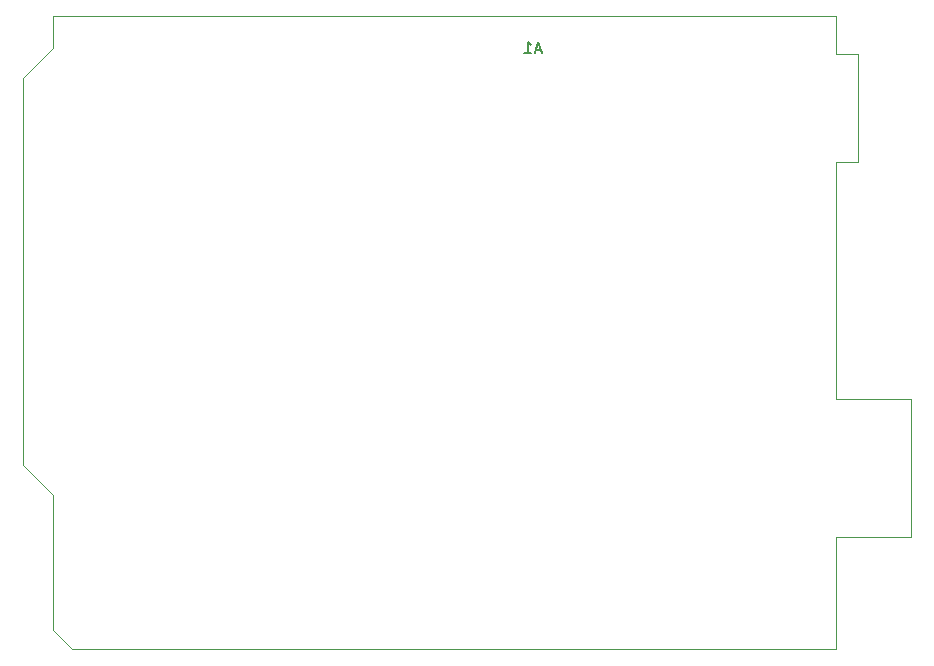
<source format=gbr>
%TF.GenerationSoftware,KiCad,Pcbnew,7.0.1*%
%TF.CreationDate,2024-04-24T16:11:52-07:00*%
%TF.ProjectId,Senior Design,53656e69-6f72-4204-9465-7369676e2e6b,rev?*%
%TF.SameCoordinates,Original*%
%TF.FileFunction,Legend,Bot*%
%TF.FilePolarity,Positive*%
%FSLAX46Y46*%
G04 Gerber Fmt 4.6, Leading zero omitted, Abs format (unit mm)*
G04 Created by KiCad (PCBNEW 7.0.1) date 2024-04-24 16:11:52*
%MOMM*%
%LPD*%
G01*
G04 APERTURE LIST*
%ADD10C,0.150000*%
%ADD11C,0.120000*%
%ADD12R,1.700000X1.700000*%
%ADD13O,1.700000X1.700000*%
%ADD14R,3.000000X3.000000*%
%ADD15C,3.000000*%
%ADD16R,1.600000X1.600000*%
%ADD17O,1.600000X1.600000*%
G04 APERTURE END LIST*
D10*
%TO.C,A1*%
X179064285Y-26676904D02*
X178588095Y-26676904D01*
X179159523Y-26962619D02*
X178826190Y-25962619D01*
X178826190Y-25962619D02*
X178492857Y-26962619D01*
X177635714Y-26962619D02*
X178207142Y-26962619D01*
X177921428Y-26962619D02*
X177921428Y-25962619D01*
X177921428Y-25962619D02*
X178016666Y-26105476D01*
X178016666Y-26105476D02*
X178111904Y-26200714D01*
X178111904Y-26200714D02*
X178207142Y-26248333D01*
D11*
X210370000Y-67900000D02*
X204020000Y-67900000D01*
X210370000Y-56220000D02*
X210370000Y-67900000D01*
X205920000Y-36150000D02*
X204020000Y-36150000D01*
X205920000Y-27010000D02*
X205920000Y-36150000D01*
X204020000Y-77430000D02*
X139370000Y-77430000D01*
X204020000Y-67900000D02*
X204020000Y-77430000D01*
X204020000Y-56220000D02*
X210370000Y-56220000D01*
X204020000Y-36150000D02*
X204020000Y-56220000D01*
X204020000Y-27010000D02*
X205920000Y-27010000D01*
X204020000Y-23830000D02*
X204020000Y-27010000D01*
X139370000Y-77430000D02*
X137720000Y-75780000D01*
X137720000Y-75780000D02*
X137720000Y-64350000D01*
X137720000Y-64350000D02*
X135180000Y-61810000D01*
X137720000Y-26500000D02*
X137720000Y-23830000D01*
X137720000Y-23830000D02*
X204020000Y-23830000D01*
X135180000Y-61810000D02*
X135180000Y-29040000D01*
X135180000Y-29040000D02*
X137720000Y-26500000D01*
%TD*%
%LPC*%
D12*
%TO.C,J9*%
X159550000Y-82000000D03*
D13*
X162090000Y-82000000D03*
X164630000Y-82000000D03*
X167170000Y-82000000D03*
X169710000Y-82000000D03*
X172250000Y-82000000D03*
X174790000Y-82000000D03*
%TD*%
D12*
%TO.C,J4*%
X139750000Y-88500000D03*
D13*
X142290000Y-88500000D03*
X144830000Y-88500000D03*
%TD*%
D14*
%TO.C,J2*%
X230000000Y-88040000D03*
D15*
X230000000Y-82960000D03*
%TD*%
D14*
%TO.C,J5*%
X230250000Y-64330000D03*
D15*
X230250000Y-59250000D03*
X230250000Y-54170000D03*
X230250000Y-49090000D03*
%TD*%
D14*
%TO.C,J7*%
X230000000Y-76580000D03*
D15*
X230000000Y-71500000D03*
%TD*%
D12*
%TO.C,J10*%
X174750000Y-85890000D03*
D13*
X174750000Y-88430000D03*
%TD*%
D12*
%TO.C,J8*%
X208750000Y-35420000D03*
D13*
X208750000Y-37960000D03*
X208750000Y-40500000D03*
X208750000Y-43040000D03*
X208750000Y-45580000D03*
X208750000Y-48120000D03*
X208750000Y-50660000D03*
X208750000Y-53200000D03*
%TD*%
D14*
%TO.C,J1*%
X219000000Y-27750000D03*
D15*
X213920000Y-27750000D03*
%TD*%
D14*
%TO.C,J6*%
X230250000Y-41910000D03*
D15*
X230250000Y-36830000D03*
X230250000Y-31750000D03*
X230250000Y-26670000D03*
%TD*%
D16*
%TO.C,A1*%
X175950000Y-26500000D03*
D17*
X173410000Y-26500000D03*
X170870000Y-26500000D03*
X168330000Y-26500000D03*
X165790000Y-26500000D03*
X163250000Y-26500000D03*
X160710000Y-26500000D03*
X158170000Y-26500000D03*
X153090000Y-26500000D03*
X150550000Y-26500000D03*
X148010000Y-26500000D03*
X145470000Y-26500000D03*
X142930000Y-26500000D03*
X140390000Y-26500000D03*
X140390000Y-74760000D03*
X142930000Y-74760000D03*
X145470000Y-74760000D03*
X148010000Y-74760000D03*
X150550000Y-74760000D03*
X153090000Y-74760000D03*
X155630000Y-74760000D03*
X158170000Y-74760000D03*
X162230000Y-74760000D03*
X164770000Y-74760000D03*
X167310000Y-74760000D03*
X169850000Y-74760000D03*
X172390000Y-74760000D03*
X174930000Y-74760000D03*
X177470000Y-74760000D03*
X180010000Y-74760000D03*
X182550000Y-74760000D03*
X185090000Y-74760000D03*
%TD*%
M02*

</source>
